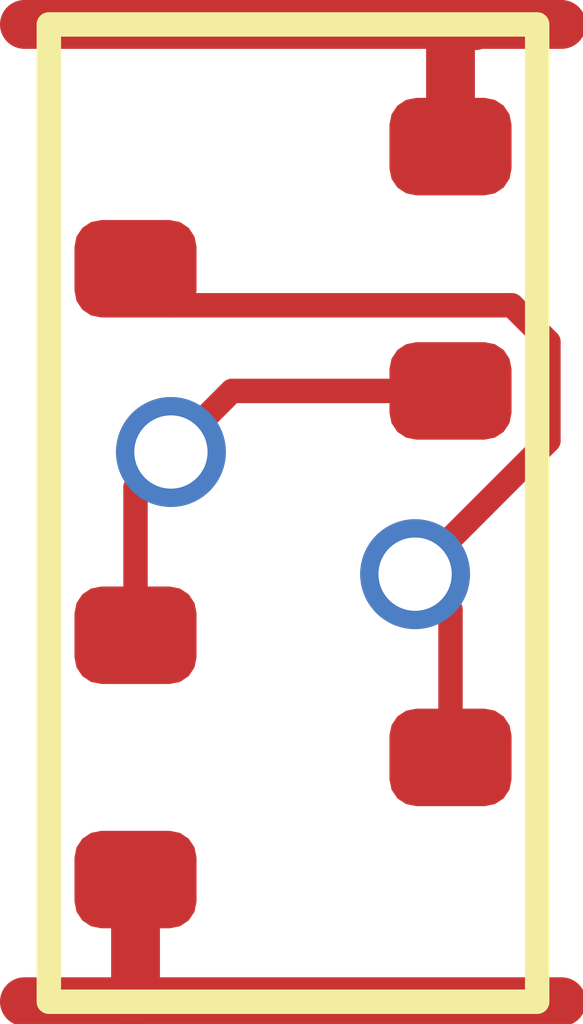
<source format=kicad_pcb>
(kicad_pcb (version 20241229) (generator "pcbnew") (generator_version "9.0")
  (layers (0 "F.Cu" signal) (2 "B.Cu" signal) (13 "F.Paste" user) (15 "B.Paste" user) (5 "F.SilkS" user "F.Silkscreen") (7 "B.SilkS" user "B.Silkscreen") (1 "F.Mask" user) (3 "B.Mask" user) (25 "Edge.Cuts" user))
  (net 0 "")
  (net 1 "Y")
  (net 2 "GND")
  (net 3 "A")
  (net 4 "VDD")
  (footprint "RV523:SOT523" (layer "F.Cu") (at 1 1 180)
    (property "Reference" "P1" (hide yes))
    (property "Value" "PMOS" (hide yes))
    (pad "1" smd roundrect (at -0.645 -0.5) (size 0.5 0.399) (layers "F.Cu" "F.Mask" "F.Paste") (roundrect_rratio 0.275) (net 3 "A"))
    (pad "2" smd roundrect (at -0.645 0.5) (size 0.5 0.399) (layers "F.Cu" "F.Mask" "F.Paste") (roundrect_rratio 0.275) (net 4 "VDD"))
    (pad "3" smd roundrect (at 0.645 0) (size 0.5 0.399) (layers "F.Cu" "F.Mask" "F.Paste") (roundrect_rratio 0.275) (net 1 "Y"))
  )
  (footprint "RV523:SOT523" (layer "F.Cu") (at 1 3)
    (property "Reference" "N1" (hide yes))
    (property "Value" "NMOS" (hide yes))
    (pad "1" smd roundrect (at -0.645 -0.5 180) (size 0.5 0.399) (layers "F.Cu" "F.Mask" "F.Paste") (roundrect_rratio 0.275) (net 3 "A"))
    (pad "2" smd roundrect (at -0.645 0.5 180) (size 0.5 0.399) (layers "F.Cu" "F.Mask" "F.Paste") (roundrect_rratio 0.275) (net 2 "GND"))
    (pad "3" smd roundrect (at 0.645 0 180) (size 0.5 0.399) (layers "F.Cu" "F.Mask" "F.Paste") (roundrect_rratio 0.275) (net 1 "Y"))
  )
  (gr_rect (start 0 0) (end 2 4) (stroke (width 0.1)) (fill no) (layer "F.SilkS"))
  (segment (start 2.046 1.299188) (end 2.046 1.704) (width 0.1) (layer "F.Cu") (net 1))
  (segment (start 0.355 1) (end 0.5045 1.1495) (width 0.1) (layer "F.Cu") (net 1))
  (segment (start 0.5045 1.1495) (end 1.896312 1.1495) (width 0.1) (layer "F.Cu") (net 1))
  (segment (start 1.645 3) (end 1.645 2.395) (width 0.1) (layer "F.Cu") (net 1))
  (segment (start 1.896312 1.1495) (end 2.046 1.299188) (width 0.1) (layer "F.Cu") (net 1))
  (segment (start 2.046 1.704) (end 1.5 2.25) (width 0.1) (layer "F.Cu") (net 1))
  (segment (start 1.645 2.395) (end 1.5 2.25) (width 0.1) (layer "F.Cu") (net 1))
  (via (at 1.5 2.25) (size 0.45) (drill 0.3) (layers "F.Cu" "B.Cu") (net 1))
  (segment (start 0.355 3.985) (end 0.34 4) (width 0.2) (layer "F.Cu") (net 2))
  (segment (start 0.34 4) (end -0.1 4) (width 0.2) (layer "F.Cu") (net 2))
  (segment (start 0.34 4) (end 2.1 4) (width 0.2) (layer "F.Cu") (net 2))
  (segment (start 0.355 3.5) (end 0.355 3.985) (width 0.2) (layer "F.Cu") (net 2))
  (segment (start 0.355 1.895) (end 0.5 1.75) (width 0.1) (layer "F.Cu") (net 3))
  (segment (start 0.75 1.5) (end 0.5 1.75) (width 0.1) (layer "F.Cu") (net 3))
  (segment (start 1.645 1.5) (end 0.75 1.5) (width 0.1) (layer "F.Cu") (net 3))
  (segment (start 0.355 2.5) (end 0.355 1.895) (width 0.1) (layer "F.Cu") (net 3))
  (via (at 0.5 1.75) (size 0.45) (drill 0.3) (layers "F.Cu" "B.Cu") (net 3))
  (segment (start 1.75 0) (end 2.1 0) (width 0.2) (layer "F.Cu") (net 4))
  (segment (start -0.1 0) (end 1.64 0) (width 0.2) (layer "F.Cu") (net 4))
  (segment (start 1.745 0.005) (end 1.75 0) (width 0.2) (layer "F.Cu") (net 4))
  (segment (start 1.64 0) (end 1.75 0) (width 0.2) (layer "F.Cu") (net 4))
  (segment (start 1.645 0.005) (end 1.64 0) (width 0.2) (layer "F.Cu") (net 4))
  (segment (start 1.645 0.5) (end 1.645 0.005) (width 0.2) (layer "F.Cu") (net 4))
)
</source>
